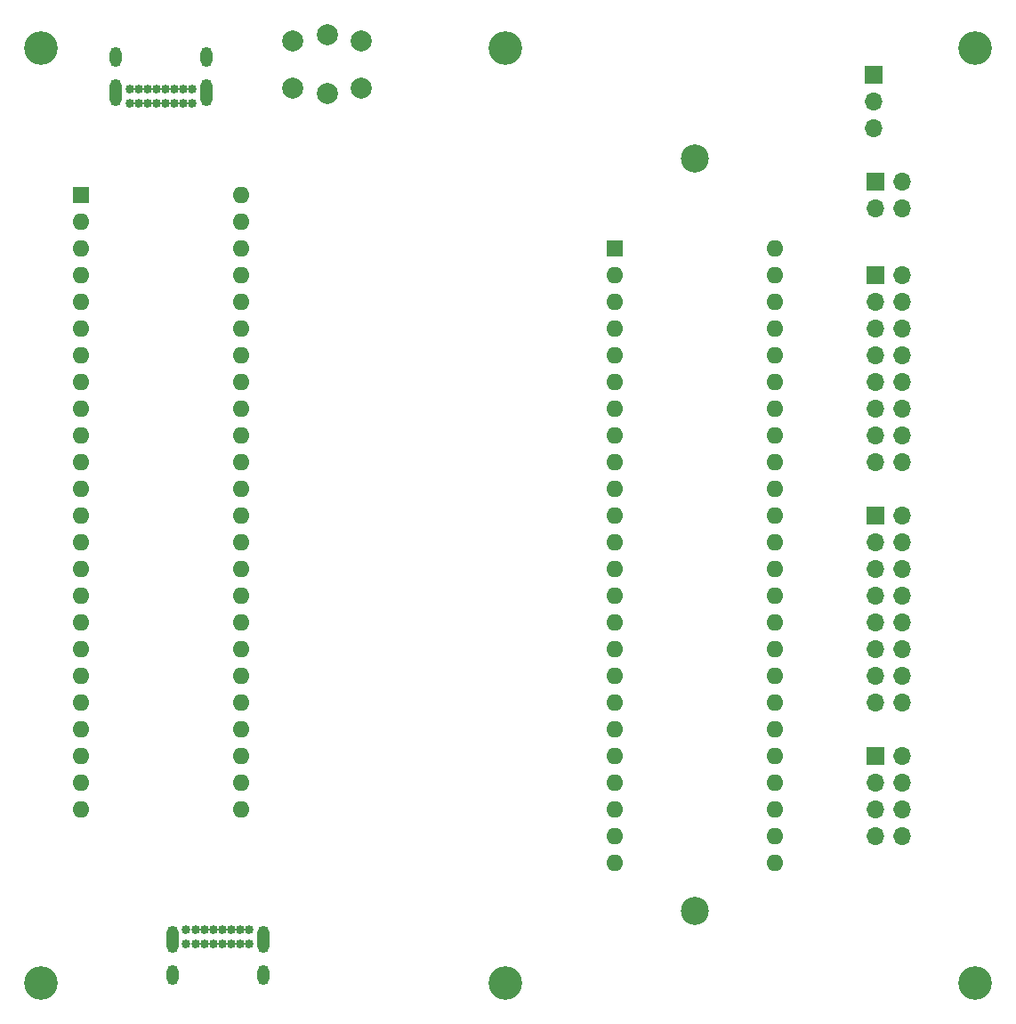
<source format=gbr>
G04 #@! TF.GenerationSoftware,KiCad,Pcbnew,8.0.4+dfsg-1*
G04 #@! TF.CreationDate,2025-03-06T11:30:58+09:00*
G04 #@! TF.ProjectId,bionic-base,62696f6e-6963-42d6-9261-73652e6b6963,14*
G04 #@! TF.SameCoordinates,Original*
G04 #@! TF.FileFunction,Soldermask,Bot*
G04 #@! TF.FilePolarity,Negative*
%FSLAX46Y46*%
G04 Gerber Fmt 4.6, Leading zero omitted, Abs format (unit mm)*
G04 Created by KiCad (PCBNEW 8.0.4+dfsg-1) date 2025-03-06 11:30:58*
%MOMM*%
%LPD*%
G01*
G04 APERTURE LIST*
%ADD10R,1.600000X1.600000*%
%ADD11O,1.600000X1.600000*%
%ADD12R,1.700000X1.700000*%
%ADD13O,1.700000X1.700000*%
%ADD14C,3.200000*%
%ADD15C,2.670000*%
%ADD16C,2.000000*%
%ADD17C,0.854000*%
%ADD18O,1.104000X1.904000*%
%ADD19O,1.104000X2.604000*%
G04 APERTURE END LIST*
D10*
X80680000Y-59840000D03*
D11*
X80680000Y-62380000D03*
X80680000Y-64920000D03*
X80680000Y-67460000D03*
X80680000Y-70000000D03*
X80680000Y-72540000D03*
X80680000Y-75080000D03*
X80680000Y-77620000D03*
X80680000Y-80160000D03*
X80680000Y-82700000D03*
X80680000Y-85240000D03*
X80680000Y-87780000D03*
X80680000Y-90320000D03*
X80680000Y-92860000D03*
X80680000Y-95400000D03*
X80680000Y-97940000D03*
X80680000Y-100480000D03*
X80680000Y-103020000D03*
X80680000Y-105560000D03*
X80680000Y-108100000D03*
X80680000Y-110640000D03*
X80680000Y-113180000D03*
X80680000Y-115720000D03*
X80680000Y-118260000D03*
X95920000Y-118260000D03*
X95920000Y-115720000D03*
X95920000Y-113180000D03*
X95920000Y-110640000D03*
X95920000Y-108100000D03*
X95920000Y-105560000D03*
X95920000Y-103020000D03*
X95920000Y-100480000D03*
X95920000Y-97940000D03*
X95920000Y-95400000D03*
X95920000Y-92860000D03*
X95920000Y-90320000D03*
X95920000Y-87780000D03*
X95920000Y-85240000D03*
X95920000Y-82700000D03*
X95920000Y-80160000D03*
X95920000Y-77620000D03*
X95920000Y-75080000D03*
X95920000Y-72540000D03*
X95920000Y-70000000D03*
X95920000Y-67460000D03*
X95920000Y-64920000D03*
X95920000Y-62380000D03*
X95920000Y-59840000D03*
D12*
X156310000Y-58565000D03*
D13*
X158850000Y-58565000D03*
X156310000Y-61105000D03*
X158850000Y-61105000D03*
D12*
X156245000Y-67450000D03*
D13*
X158785000Y-67450000D03*
X156245000Y-69990000D03*
X158785000Y-69990000D03*
X156245000Y-72530000D03*
X158785000Y-72530000D03*
X156245000Y-75070000D03*
X158785000Y-75070000D03*
X156245000Y-77610000D03*
X158785000Y-77610000D03*
X156245000Y-80150000D03*
X158785000Y-80150000D03*
X156245000Y-82690000D03*
X158785000Y-82690000D03*
X156245000Y-85230000D03*
X158785000Y-85230000D03*
D14*
X165770000Y-45870000D03*
X165770000Y-134770000D03*
X121066000Y-134770000D03*
D10*
X131480000Y-64920000D03*
D11*
X131480000Y-67460000D03*
X131480000Y-70000000D03*
X131480000Y-72540000D03*
X131480000Y-75080000D03*
X131480000Y-77620000D03*
X131480000Y-80160000D03*
X131480000Y-82700000D03*
X131480000Y-85240000D03*
X131480000Y-87780000D03*
X131480000Y-90320000D03*
X131480000Y-92860000D03*
X131480000Y-95400000D03*
X131480000Y-97940000D03*
X131480000Y-100480000D03*
X131480000Y-103020000D03*
X131480000Y-105560000D03*
X131480000Y-108100000D03*
X131480000Y-110640000D03*
X131480000Y-113180000D03*
X131480000Y-115720000D03*
X131480000Y-118260000D03*
X131480000Y-120800000D03*
X131480000Y-123340000D03*
X146720000Y-123340000D03*
X146720000Y-120800000D03*
X146720000Y-118260000D03*
X146720000Y-115720000D03*
X146720000Y-113180000D03*
X146720000Y-110640000D03*
X146720000Y-108100000D03*
X146720000Y-105560000D03*
X146720000Y-103020000D03*
X146720000Y-100480000D03*
X146720000Y-97940000D03*
X146720000Y-95400000D03*
X146720000Y-92860000D03*
X146720000Y-90320000D03*
X146720000Y-87780000D03*
X146720000Y-85240000D03*
X146720000Y-82700000D03*
X146720000Y-80160000D03*
X146720000Y-77620000D03*
X146720000Y-75080000D03*
X146720000Y-72540000D03*
X146720000Y-70000000D03*
X146720000Y-67460000D03*
X146720000Y-64920000D03*
D15*
X139100000Y-127910000D03*
X139100000Y-56410000D03*
D12*
X156310000Y-113180000D03*
D13*
X158850000Y-113180000D03*
X156310000Y-115720000D03*
X158850000Y-115720000D03*
X156310000Y-118260000D03*
X158850000Y-118260000D03*
X156310000Y-120800000D03*
X158850000Y-120800000D03*
D14*
X76870000Y-134770000D03*
X76870000Y-45870000D03*
D12*
X156245000Y-90310000D03*
D13*
X158785000Y-90310000D03*
X156245000Y-92850000D03*
X158785000Y-92850000D03*
X156245000Y-95390000D03*
X158785000Y-95390000D03*
X156245000Y-97930000D03*
X158785000Y-97930000D03*
X156245000Y-100470000D03*
X158785000Y-100470000D03*
X156245000Y-103010000D03*
X158785000Y-103010000D03*
X156245000Y-105550000D03*
X158785000Y-105550000D03*
X156245000Y-108090000D03*
X158785000Y-108090000D03*
D12*
X156118000Y-48425000D03*
D13*
X156118000Y-50965000D03*
X156118000Y-53505000D03*
D16*
X100850000Y-45180000D03*
X107350000Y-45180000D03*
X100850000Y-49680000D03*
X107350000Y-49680000D03*
X104100000Y-44630000D03*
X104100000Y-50230000D03*
D17*
X90703000Y-129700500D03*
X91553000Y-129700500D03*
X92403000Y-129700500D03*
X93253000Y-129700500D03*
X94103000Y-129700500D03*
X94953000Y-129700500D03*
X95803000Y-129700500D03*
X96653000Y-129700500D03*
X96653000Y-131050500D03*
X95803000Y-131050500D03*
X94953000Y-131050500D03*
X94103000Y-131050500D03*
X93253000Y-131050500D03*
X92403000Y-131050500D03*
X91553000Y-131050500D03*
X90703000Y-131050500D03*
D18*
X89353000Y-134060500D03*
X98003000Y-134060500D03*
D19*
X89353000Y-130680500D03*
X98003000Y-130680500D03*
D14*
X121066000Y-45870000D03*
D17*
X85325000Y-51119000D03*
X86175000Y-51119000D03*
X87025000Y-51119000D03*
X87875000Y-51119000D03*
X88725000Y-51119000D03*
X89575000Y-51119000D03*
X90425000Y-51119000D03*
X91275000Y-51119000D03*
X91275000Y-49769000D03*
X90425000Y-49769000D03*
X89575000Y-49769000D03*
X88725000Y-49769000D03*
X87875000Y-49769000D03*
X87025000Y-49769000D03*
X86175000Y-49769000D03*
X85325000Y-49769000D03*
D18*
X83975000Y-46759000D03*
X92625000Y-46759000D03*
D19*
X83975000Y-50139000D03*
X92625000Y-50139000D03*
M02*

</source>
